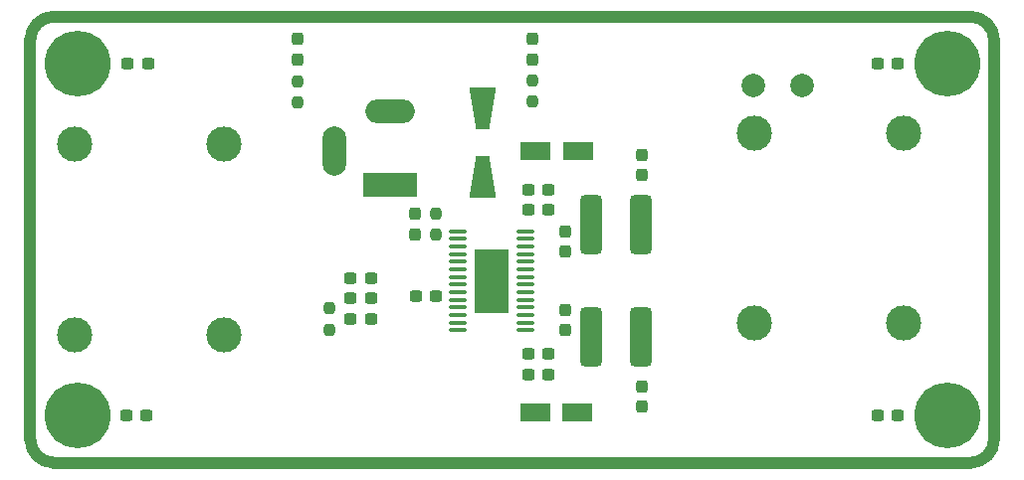
<source format=gts>
G04 #@! TF.GenerationSoftware,KiCad,Pcbnew,7.0.2*
G04 #@! TF.CreationDate,2023-11-21T13:08:25+01:00*
G04 #@! TF.ProjectId,ZDG_ELEKTRONIKA_D-class_AMP,5a44475f-454c-4454-9b54-524f4e494b41,rev?*
G04 #@! TF.SameCoordinates,Original*
G04 #@! TF.FileFunction,Soldermask,Top*
G04 #@! TF.FilePolarity,Negative*
%FSLAX46Y46*%
G04 Gerber Fmt 4.6, Leading zero omitted, Abs format (unit mm)*
G04 Created by KiCad (PCBNEW 7.0.2) date 2023-11-21 13:08:25*
%MOMM*%
%LPD*%
G01*
G04 APERTURE LIST*
G04 Aperture macros list*
%AMRoundRect*
0 Rectangle with rounded corners*
0 $1 Rounding radius*
0 $2 $3 $4 $5 $6 $7 $8 $9 X,Y pos of 4 corners*
0 Add a 4 corners polygon primitive as box body*
4,1,4,$2,$3,$4,$5,$6,$7,$8,$9,$2,$3,0*
0 Add four circle primitives for the rounded corners*
1,1,$1+$1,$2,$3*
1,1,$1+$1,$4,$5*
1,1,$1+$1,$6,$7*
1,1,$1+$1,$8,$9*
0 Add four rect primitives between the rounded corners*
20,1,$1+$1,$2,$3,$4,$5,0*
20,1,$1+$1,$4,$5,$6,$7,0*
20,1,$1+$1,$6,$7,$8,$9,0*
20,1,$1+$1,$8,$9,$2,$3,0*%
%AMOutline4P*
0 Free polygon, 4 corners , with rotation*
0 The origin of the aperture is its center*
0 number of corners: always 4*
0 $1 to $8 corner X, Y*
0 $9 Rotation angle, in degrees counterclockwise*
0 create outline with 4 corners*
4,1,4,$1,$2,$3,$4,$5,$6,$7,$8,$1,$2,$9*%
G04 Aperture macros list end*
%ADD10C,1.000000*%
%ADD11C,5.600000*%
%ADD12RoundRect,0.250000X-1.050000X-0.550000X1.050000X-0.550000X1.050000X0.550000X-1.050000X0.550000X0*%
%ADD13R,4.600000X2.000000*%
%ADD14O,4.200000X2.000000*%
%ADD15O,2.000000X4.200000*%
%ADD16C,3.000000*%
%ADD17RoundRect,0.475000X-0.475000X-2.075000X0.475000X-2.075000X0.475000X2.075000X-0.475000X2.075000X0*%
%ADD18Outline4P,-1.800000X-1.150000X1.800000X-0.550000X1.800000X0.550000X-1.800000X1.150000X270.000000*%
%ADD19Outline4P,-1.800000X-1.150000X1.800000X-0.550000X1.800000X0.550000X-1.800000X1.150000X90.000000*%
%ADD20RoundRect,0.237500X0.300000X0.237500X-0.300000X0.237500X-0.300000X-0.237500X0.300000X-0.237500X0*%
%ADD21RoundRect,0.237500X-0.237500X0.300000X-0.237500X-0.300000X0.237500X-0.300000X0.237500X0.300000X0*%
%ADD22RoundRect,0.237500X-0.237500X0.250000X-0.237500X-0.250000X0.237500X-0.250000X0.237500X0.250000X0*%
%ADD23C,2.000000*%
%ADD24RoundRect,0.237500X-0.300000X-0.237500X0.300000X-0.237500X0.300000X0.237500X-0.300000X0.237500X0*%
%ADD25RoundRect,0.237500X-0.237500X0.287500X-0.237500X-0.287500X0.237500X-0.287500X0.237500X0.287500X0*%
%ADD26RoundRect,0.237500X0.237500X-0.300000X0.237500X0.300000X-0.237500X0.300000X-0.237500X-0.300000X0*%
%ADD27RoundRect,0.100000X-0.637500X-0.100000X0.637500X-0.100000X0.637500X0.100000X-0.637500X0.100000X0*%
%ADD28R,2.850000X5.400000*%
G04 APERTURE END LIST*
D10*
X82000000Y-36000000D02*
X82000000Y-2000000D01*
X82000000Y-2000000D02*
G75*
G03*
X80000000Y0I-2000000J0D01*
G01*
X2000000Y0D02*
X80000000Y0D01*
X0Y-2000000D02*
X0Y-36000000D01*
X2000000Y0D02*
G75*
G03*
X0Y-2000000I-1J-1999999D01*
G01*
X0Y-36000000D02*
G75*
G03*
X2000000Y-38000000I2000000J0D01*
G01*
X80000000Y-38000000D02*
G75*
G03*
X82000000Y-36000000I0J2000000D01*
G01*
X2000000Y-38000000D02*
X80000000Y-38000000D01*
D11*
X78000000Y-34000000D03*
D12*
X43012500Y-11475000D03*
X46612500Y-11475000D03*
D13*
X30650000Y-14350000D03*
D14*
X30650000Y-8050000D03*
D15*
X25850000Y-11450000D03*
D16*
X74265000Y-9885000D03*
X74265000Y-26115000D03*
X61565000Y-9885000D03*
X61565000Y-26115000D03*
D17*
X47750000Y-27250000D03*
X51950000Y-27250000D03*
D18*
X38500000Y-7850000D03*
D19*
X38500000Y-13650000D03*
D20*
X34525000Y-23800000D03*
X32800000Y-23800000D03*
D21*
X52000000Y-31525000D03*
X52000000Y-33250000D03*
D22*
X42750000Y-5425000D03*
X42750000Y-7250000D03*
D21*
X52000000Y-11775000D03*
X52000000Y-13500000D03*
D23*
X61500000Y-5850000D03*
D20*
X28975000Y-22300000D03*
X27250000Y-22300000D03*
D21*
X45500000Y-25000000D03*
X45500000Y-26725000D03*
D11*
X78000000Y-4000000D03*
X4000000Y-4000000D03*
D24*
X42362500Y-30500000D03*
X44087500Y-30500000D03*
D16*
X3735000Y-27115000D03*
X3735000Y-10885000D03*
X16435000Y-27115000D03*
X16435000Y-10885000D03*
D24*
X27250000Y-25750000D03*
X28975000Y-25750000D03*
D25*
X32750000Y-16787500D03*
X32750000Y-18537500D03*
D24*
X42362500Y-16475000D03*
X44087500Y-16475000D03*
D22*
X34500000Y-16750000D03*
X34500000Y-18575000D03*
D12*
X42950000Y-33750000D03*
X46550000Y-33750000D03*
D25*
X42750000Y-1925000D03*
X42750000Y-3675000D03*
D23*
X65625000Y-5850000D03*
D24*
X8300000Y-4000000D03*
X10025000Y-4000000D03*
D26*
X45500000Y-20000000D03*
X45500000Y-18275000D03*
D22*
X25450000Y-24825000D03*
X25450000Y-26650000D03*
X22750000Y-5500000D03*
X22750000Y-7325000D03*
D20*
X9900000Y-34000000D03*
X8175000Y-34000000D03*
D25*
X22750000Y-1875000D03*
X22750000Y-3625000D03*
D27*
X36387500Y-18275000D03*
X36387500Y-18925000D03*
X36387500Y-19575000D03*
X36387500Y-20225000D03*
X36387500Y-20875000D03*
X36387500Y-21525000D03*
X36387500Y-22175000D03*
X36387500Y-22825000D03*
X36387500Y-23475000D03*
X36387500Y-24125000D03*
X36387500Y-24775000D03*
X36387500Y-25425000D03*
X36387500Y-26075000D03*
X36387500Y-26725000D03*
X42112500Y-26725000D03*
X42112500Y-26075000D03*
X42112500Y-25425000D03*
X42112500Y-24775000D03*
X42112500Y-24125000D03*
X42112500Y-23475000D03*
X42112500Y-22825000D03*
X42112500Y-22175000D03*
X42112500Y-21525000D03*
X42112500Y-20875000D03*
X42112500Y-20225000D03*
X42112500Y-19575000D03*
X42112500Y-18925000D03*
X42112500Y-18275000D03*
D28*
X39250000Y-22500000D03*
D24*
X27250000Y-24000000D03*
X28975000Y-24000000D03*
D17*
X47750000Y-17750000D03*
X51950000Y-17750000D03*
D24*
X72075000Y-4000000D03*
X73800000Y-4000000D03*
X42362500Y-14725000D03*
X44087500Y-14725000D03*
D11*
X4000000Y-34000000D03*
D24*
X42362500Y-28750000D03*
X44087500Y-28750000D03*
X72075000Y-34000000D03*
X73800000Y-34000000D03*
M02*

</source>
